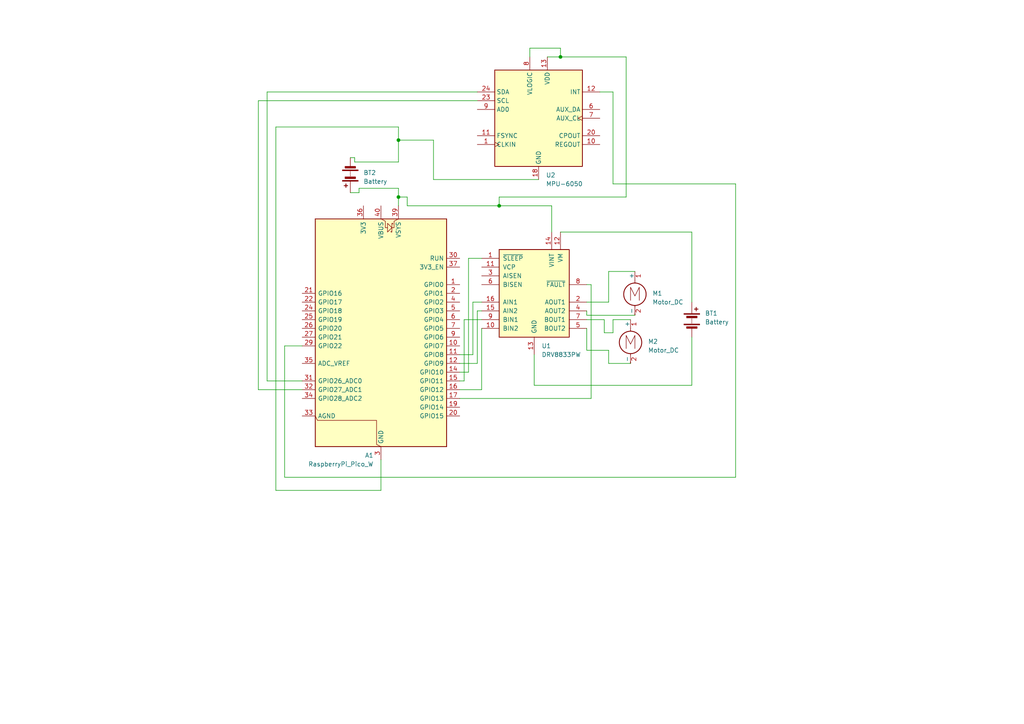
<source format=kicad_sch>
(kicad_sch
	(version 20250114)
	(generator "eeschema")
	(generator_version "9.0")
	(uuid "fcfcd0d1-30af-4111-b4af-c00f14a1cc88")
	(paper "A4")
	(lib_symbols
		(symbol "Device:Battery"
			(pin_numbers
				(hide yes)
			)
			(pin_names
				(offset 0)
				(hide yes)
			)
			(exclude_from_sim no)
			(in_bom yes)
			(on_board yes)
			(property "Reference" "BT"
				(at 2.54 2.54 0)
				(effects
					(font
						(size 1.27 1.27)
					)
					(justify left)
				)
			)
			(property "Value" "Battery"
				(at 2.54 0 0)
				(effects
					(font
						(size 1.27 1.27)
					)
					(justify left)
				)
			)
			(property "Footprint" ""
				(at 0 1.524 90)
				(effects
					(font
						(size 1.27 1.27)
					)
					(hide yes)
				)
			)
			(property "Datasheet" "~"
				(at 0 1.524 90)
				(effects
					(font
						(size 1.27 1.27)
					)
					(hide yes)
				)
			)
			(property "Description" "Multiple-cell battery"
				(at 0 0 0)
				(effects
					(font
						(size 1.27 1.27)
					)
					(hide yes)
				)
			)
			(property "ki_keywords" "batt voltage-source cell"
				(at 0 0 0)
				(effects
					(font
						(size 1.27 1.27)
					)
					(hide yes)
				)
			)
			(symbol "Battery_0_1"
				(rectangle
					(start -2.286 1.778)
					(end 2.286 1.524)
					(stroke
						(width 0)
						(type default)
					)
					(fill
						(type outline)
					)
				)
				(rectangle
					(start -2.286 -1.27)
					(end 2.286 -1.524)
					(stroke
						(width 0)
						(type default)
					)
					(fill
						(type outline)
					)
				)
				(rectangle
					(start -1.524 1.016)
					(end 1.524 0.508)
					(stroke
						(width 0)
						(type default)
					)
					(fill
						(type outline)
					)
				)
				(rectangle
					(start -1.524 -2.032)
					(end 1.524 -2.54)
					(stroke
						(width 0)
						(type default)
					)
					(fill
						(type outline)
					)
				)
				(polyline
					(pts
						(xy 0 1.778) (xy 0 2.54)
					)
					(stroke
						(width 0)
						(type default)
					)
					(fill
						(type none)
					)
				)
				(polyline
					(pts
						(xy 0 0) (xy 0 0.254)
					)
					(stroke
						(width 0)
						(type default)
					)
					(fill
						(type none)
					)
				)
				(polyline
					(pts
						(xy 0 -0.508) (xy 0 -0.254)
					)
					(stroke
						(width 0)
						(type default)
					)
					(fill
						(type none)
					)
				)
				(polyline
					(pts
						(xy 0 -1.016) (xy 0 -0.762)
					)
					(stroke
						(width 0)
						(type default)
					)
					(fill
						(type none)
					)
				)
				(polyline
					(pts
						(xy 0.762 3.048) (xy 1.778 3.048)
					)
					(stroke
						(width 0.254)
						(type default)
					)
					(fill
						(type none)
					)
				)
				(polyline
					(pts
						(xy 1.27 3.556) (xy 1.27 2.54)
					)
					(stroke
						(width 0.254)
						(type default)
					)
					(fill
						(type none)
					)
				)
			)
			(symbol "Battery_1_1"
				(pin passive line
					(at 0 5.08 270)
					(length 2.54)
					(name "+"
						(effects
							(font
								(size 1.27 1.27)
							)
						)
					)
					(number "1"
						(effects
							(font
								(size 1.27 1.27)
							)
						)
					)
				)
				(pin passive line
					(at 0 -5.08 90)
					(length 2.54)
					(name "-"
						(effects
							(font
								(size 1.27 1.27)
							)
						)
					)
					(number "2"
						(effects
							(font
								(size 1.27 1.27)
							)
						)
					)
				)
			)
			(embedded_fonts no)
		)
		(symbol "Driver_Motor:DRV8833PW"
			(pin_names
				(offset 1.016)
			)
			(exclude_from_sim no)
			(in_bom yes)
			(on_board yes)
			(property "Reference" "U"
				(at -3.81 16.51 0)
				(effects
					(font
						(size 1.27 1.27)
					)
				)
			)
			(property "Value" "DRV8833PW"
				(at -3.81 13.97 0)
				(effects
					(font
						(size 1.27 1.27)
					)
				)
			)
			(property "Footprint" "Package_SO:TSSOP-16_4.4x5mm_P0.65mm"
				(at 5.08 -17.78 0)
				(effects
					(font
						(size 1.27 1.27)
					)
					(justify left)
					(hide yes)
				)
			)
			(property "Datasheet" "http://www.ti.com/lit/ds/symlink/drv8833.pdf"
				(at 5.08 -20.32 0)
				(effects
					(font
						(size 1.27 1.27)
					)
					(justify left)
					(hide yes)
				)
			)
			(property "Description" "Dual H-Bridge Motor Driver, TSSOP-16"
				(at 0 0 0)
				(effects
					(font
						(size 1.27 1.27)
					)
					(hide yes)
				)
			)
			(property "ki_keywords" "H-bridge motor driver"
				(at 0 0 0)
				(effects
					(font
						(size 1.27 1.27)
					)
					(hide yes)
				)
			)
			(property "ki_fp_filters" "TSSOP-16*4.4x5mm*P0.65mm*"
				(at 0 0 0)
				(effects
					(font
						(size 1.27 1.27)
					)
					(hide yes)
				)
			)
			(symbol "DRV8833PW_0_1"
				(rectangle
					(start -10.16 12.7)
					(end 10.16 -12.7)
					(stroke
						(width 0.254)
						(type default)
					)
					(fill
						(type background)
					)
				)
			)
			(symbol "DRV8833PW_1_1"
				(pin input line
					(at -15.24 10.16 0)
					(length 5.08)
					(name "~{SLEEP}"
						(effects
							(font
								(size 1.27 1.27)
							)
						)
					)
					(number "1"
						(effects
							(font
								(size 1.27 1.27)
							)
						)
					)
				)
				(pin bidirectional line
					(at -15.24 7.62 0)
					(length 5.08)
					(name "VCP"
						(effects
							(font
								(size 1.27 1.27)
							)
						)
					)
					(number "11"
						(effects
							(font
								(size 1.27 1.27)
							)
						)
					)
				)
				(pin bidirectional line
					(at -15.24 5.08 0)
					(length 5.08)
					(name "AISEN"
						(effects
							(font
								(size 1.27 1.27)
							)
						)
					)
					(number "3"
						(effects
							(font
								(size 1.27 1.27)
							)
						)
					)
				)
				(pin bidirectional line
					(at -15.24 2.54 0)
					(length 5.08)
					(name "BISEN"
						(effects
							(font
								(size 1.27 1.27)
							)
						)
					)
					(number "6"
						(effects
							(font
								(size 1.27 1.27)
							)
						)
					)
				)
				(pin input line
					(at -15.24 -2.54 0)
					(length 5.08)
					(name "AIN1"
						(effects
							(font
								(size 1.27 1.27)
							)
						)
					)
					(number "16"
						(effects
							(font
								(size 1.27 1.27)
							)
						)
					)
				)
				(pin input line
					(at -15.24 -5.08 0)
					(length 5.08)
					(name "AIN2"
						(effects
							(font
								(size 1.27 1.27)
							)
						)
					)
					(number "15"
						(effects
							(font
								(size 1.27 1.27)
							)
						)
					)
				)
				(pin input line
					(at -15.24 -7.62 0)
					(length 5.08)
					(name "BIN1"
						(effects
							(font
								(size 1.27 1.27)
							)
						)
					)
					(number "9"
						(effects
							(font
								(size 1.27 1.27)
							)
						)
					)
				)
				(pin input line
					(at -15.24 -10.16 0)
					(length 5.08)
					(name "BIN2"
						(effects
							(font
								(size 1.27 1.27)
							)
						)
					)
					(number "10"
						(effects
							(font
								(size 1.27 1.27)
							)
						)
					)
				)
				(pin power_in line
					(at 0 -17.78 90)
					(length 5.08)
					(name "GND"
						(effects
							(font
								(size 1.27 1.27)
							)
						)
					)
					(number "13"
						(effects
							(font
								(size 1.27 1.27)
							)
						)
					)
				)
				(pin power_in line
					(at 5.08 17.78 270)
					(length 5.08)
					(name "VINT"
						(effects
							(font
								(size 1.27 1.27)
							)
						)
					)
					(number "14"
						(effects
							(font
								(size 1.27 1.27)
							)
						)
					)
				)
				(pin power_in line
					(at 7.62 17.78 270)
					(length 5.08)
					(name "VM"
						(effects
							(font
								(size 1.27 1.27)
							)
						)
					)
					(number "12"
						(effects
							(font
								(size 1.27 1.27)
							)
						)
					)
				)
				(pin open_collector line
					(at 15.24 2.54 180)
					(length 5.08)
					(name "~{FAULT}"
						(effects
							(font
								(size 1.27 1.27)
							)
						)
					)
					(number "8"
						(effects
							(font
								(size 1.27 1.27)
							)
						)
					)
				)
				(pin power_out line
					(at 15.24 -2.54 180)
					(length 5.08)
					(name "AOUT1"
						(effects
							(font
								(size 1.27 1.27)
							)
						)
					)
					(number "2"
						(effects
							(font
								(size 1.27 1.27)
							)
						)
					)
				)
				(pin power_out line
					(at 15.24 -5.08 180)
					(length 5.08)
					(name "AOUT2"
						(effects
							(font
								(size 1.27 1.27)
							)
						)
					)
					(number "4"
						(effects
							(font
								(size 1.27 1.27)
							)
						)
					)
				)
				(pin power_out line
					(at 15.24 -7.62 180)
					(length 5.08)
					(name "BOUT1"
						(effects
							(font
								(size 1.27 1.27)
							)
						)
					)
					(number "7"
						(effects
							(font
								(size 1.27 1.27)
							)
						)
					)
				)
				(pin power_out line
					(at 15.24 -10.16 180)
					(length 5.08)
					(name "BOUT2"
						(effects
							(font
								(size 1.27 1.27)
							)
						)
					)
					(number "5"
						(effects
							(font
								(size 1.27 1.27)
							)
						)
					)
				)
			)
			(embedded_fonts no)
		)
		(symbol "MCU_Module:RaspberryPi_Pico_W"
			(pin_names
				(offset 0.762)
			)
			(exclude_from_sim no)
			(in_bom yes)
			(on_board yes)
			(property "Reference" "A"
				(at -19.05 35.56 0)
				(effects
					(font
						(size 1.27 1.27)
					)
					(justify left)
				)
			)
			(property "Value" "RaspberryPi_Pico_W"
				(at 7.62 35.56 0)
				(effects
					(font
						(size 1.27 1.27)
					)
					(justify left)
				)
			)
			(property "Footprint" "Module:RaspberryPi_Pico_W_SMD_HandSolder"
				(at 0 -46.99 0)
				(effects
					(font
						(size 1.27 1.27)
					)
					(hide yes)
				)
			)
			(property "Datasheet" "https://datasheets.raspberrypi.com/picow/pico-w-datasheet.pdf"
				(at 0 -49.53 0)
				(effects
					(font
						(size 1.27 1.27)
					)
					(hide yes)
				)
			)
			(property "Description" "Versatile and inexpensive wireless microcontroller module powered by RP2040 dual-core Arm Cortex-M0+ processor up to 133 MHz, 264kB SRAM, 2MB QSPI flash, Infineon CYW43439 2.4GHz 802.11n wireless LAN; also supports Raspberry Pi Pico 2 W"
				(at 0 -52.07 0)
				(effects
					(font
						(size 1.27 1.27)
					)
					(hide yes)
				)
			)
			(property "ki_keywords" "RP2350A M33 RISC-V Hazard3 usb wifi bluetooth"
				(at 0 0 0)
				(effects
					(font
						(size 1.27 1.27)
					)
					(hide yes)
				)
			)
			(property "ki_fp_filters" "RaspberryPi?Pico?Common* RaspberryPi?Pico?W?SMD*"
				(at 0 0 0)
				(effects
					(font
						(size 1.27 1.27)
					)
					(hide yes)
				)
			)
			(symbol "RaspberryPi_Pico_W_0_1"
				(rectangle
					(start -19.05 34.29)
					(end 19.05 -31.75)
					(stroke
						(width 0.254)
						(type default)
					)
					(fill
						(type background)
					)
				)
				(polyline
					(pts
						(xy -5.08 34.29) (xy -3.81 33.655) (xy -3.81 31.75) (xy -3.175 31.75)
					)
					(stroke
						(width 0)
						(type default)
					)
					(fill
						(type none)
					)
				)
				(polyline
					(pts
						(xy -3.429 32.766) (xy -3.429 33.02) (xy -3.175 33.02) (xy -3.175 30.48) (xy -2.921 30.48) (xy -2.921 30.734)
					)
					(stroke
						(width 0)
						(type default)
					)
					(fill
						(type none)
					)
				)
				(polyline
					(pts
						(xy -3.175 31.75) (xy -1.905 33.02) (xy -1.905 30.48) (xy -3.175 31.75)
					)
					(stroke
						(width 0)
						(type default)
					)
					(fill
						(type none)
					)
				)
				(polyline
					(pts
						(xy 0 34.29) (xy -1.27 33.655) (xy -1.27 31.75) (xy -1.905 31.75)
					)
					(stroke
						(width 0)
						(type default)
					)
					(fill
						(type none)
					)
				)
				(polyline
					(pts
						(xy 0 -31.75) (xy 1.27 -31.115) (xy 1.27 -24.13) (xy 18.415 -24.13) (xy 19.05 -22.86)
					)
					(stroke
						(width 0)
						(type default)
					)
					(fill
						(type none)
					)
				)
			)
			(symbol "RaspberryPi_Pico_W_1_1"
				(pin passive line
					(at -22.86 22.86 0)
					(length 3.81)
					(name "RUN"
						(effects
							(font
								(size 1.27 1.27)
							)
						)
					)
					(number "30"
						(effects
							(font
								(size 1.27 1.27)
							)
						)
					)
					(alternate "~{RESET}" passive line)
				)
				(pin passive line
					(at -22.86 20.32 0)
					(length 3.81)
					(name "3V3_EN"
						(effects
							(font
								(size 1.27 1.27)
							)
						)
					)
					(number "37"
						(effects
							(font
								(size 1.27 1.27)
							)
						)
					)
					(alternate "~{3V3_DISABLE}" passive line)
				)
				(pin bidirectional line
					(at -22.86 15.24 0)
					(length 3.81)
					(name "GPIO0"
						(effects
							(font
								(size 1.27 1.27)
							)
						)
					)
					(number "1"
						(effects
							(font
								(size 1.27 1.27)
							)
						)
					)
					(alternate "I2C0_SDA" bidirectional line)
					(alternate "PWM0_A" output line)
					(alternate "SPI0_RX" input line)
					(alternate "UART0_TX" output line)
					(alternate "USB_OVCUR_DET" input line)
				)
				(pin bidirectional line
					(at -22.86 12.7 0)
					(length 3.81)
					(name "GPIO1"
						(effects
							(font
								(size 1.27 1.27)
							)
						)
					)
					(number "2"
						(effects
							(font
								(size 1.27 1.27)
							)
						)
					)
					(alternate "I2C0_SCL" bidirectional clock)
					(alternate "PWM0_B" bidirectional line)
					(alternate "UART0_RX" input line)
					(alternate "USB_VBUS_DET" passive line)
					(alternate "~{SPI0_CSn}" bidirectional line)
				)
				(pin bidirectional line
					(at -22.86 10.16 0)
					(length 3.81)
					(name "GPIO2"
						(effects
							(font
								(size 1.27 1.27)
							)
						)
					)
					(number "4"
						(effects
							(font
								(size 1.27 1.27)
							)
						)
					)
					(alternate "I2C1_SDA" bidirectional line)
					(alternate "PWM1_A" output line)
					(alternate "SPI0_SCK" bidirectional clock)
					(alternate "UART0_CTS" input line)
					(alternate "USB_VBUS_EN" output line)
				)
				(pin bidirectional line
					(at -22.86 7.62 0)
					(length 3.81)
					(name "GPIO3"
						(effects
							(font
								(size 1.27 1.27)
							)
						)
					)
					(number "5"
						(effects
							(font
								(size 1.27 1.27)
							)
						)
					)
					(alternate "I2C1_SCL" bidirectional clock)
					(alternate "PWM1_B" bidirectional line)
					(alternate "SPI0_TX" output line)
					(alternate "UART0_RTS" output line)
					(alternate "USB_OVCUR_DET" input line)
				)
				(pin bidirectional line
					(at -22.86 5.08 0)
					(length 3.81)
					(name "GPIO4"
						(effects
							(font
								(size 1.27 1.27)
							)
						)
					)
					(number "6"
						(effects
							(font
								(size 1.27 1.27)
							)
						)
					)
					(alternate "I2C0_SDA" bidirectional line)
					(alternate "PWM2_A" output line)
					(alternate "SPI0_RX" input line)
					(alternate "UART1_TX" output line)
					(alternate "USB_VBUS_DET" input line)
				)
				(pin bidirectional line
					(at -22.86 2.54 0)
					(length 3.81)
					(name "GPIO5"
						(effects
							(font
								(size 1.27 1.27)
							)
						)
					)
					(number "7"
						(effects
							(font
								(size 1.27 1.27)
							)
						)
					)
					(alternate "I2C0_SCL" bidirectional clock)
					(alternate "PWM2_B" bidirectional line)
					(alternate "UART1_RX" input line)
					(alternate "USB_VBUS_EN" output line)
					(alternate "~{SPI0_CSn}" bidirectional line)
				)
				(pin bidirectional line
					(at -22.86 0 0)
					(length 3.81)
					(name "GPIO6"
						(effects
							(font
								(size 1.27 1.27)
							)
						)
					)
					(number "9"
						(effects
							(font
								(size 1.27 1.27)
							)
						)
					)
					(alternate "I2C1_SDA" bidirectional line)
					(alternate "PWM3_A" output line)
					(alternate "SPI0_SCK" bidirectional clock)
					(alternate "UART1_CTS" input line)
					(alternate "USB_OVCUR_DET" input line)
				)
				(pin bidirectional line
					(at -22.86 -2.54 0)
					(length 3.81)
					(name "GPIO7"
						(effects
							(font
								(size 1.27 1.27)
							)
						)
					)
					(number "10"
						(effects
							(font
								(size 1.27 1.27)
							)
						)
					)
					(alternate "I2C1_SCL" bidirectional clock)
					(alternate "PWM3_B" bidirectional line)
					(alternate "SPI0_TX" output line)
					(alternate "UART1_RTS" output line)
					(alternate "USB_VBUS_DET" input line)
				)
				(pin bidirectional line
					(at -22.86 -5.08 0)
					(length 3.81)
					(name "GPIO8"
						(effects
							(font
								(size 1.27 1.27)
							)
						)
					)
					(number "11"
						(effects
							(font
								(size 1.27 1.27)
							)
						)
					)
					(alternate "I2C0_SDA" bidirectional line)
					(alternate "PWM4_A" output line)
					(alternate "SPI1_RX" input line)
					(alternate "UART1_TX" output line)
					(alternate "USB_VBUS_EN" output line)
				)
				(pin bidirectional line
					(at -22.86 -7.62 0)
					(length 3.81)
					(name "GPIO9"
						(effects
							(font
								(size 1.27 1.27)
							)
						)
					)
					(number "12"
						(effects
							(font
								(size 1.27 1.27)
							)
						)
					)
					(alternate "I2C0_SCL" bidirectional clock)
					(alternate "PWM4_B" bidirectional line)
					(alternate "UART1_RX" input line)
					(alternate "USB_OVCUR_DET" input line)
					(alternate "~{SPI1_CSn}" bidirectional line)
				)
				(pin bidirectional line
					(at -22.86 -10.16 0)
					(length 3.81)
					(name "GPIO10"
						(effects
							(font
								(size 1.27 1.27)
							)
						)
					)
					(number "14"
						(effects
							(font
								(size 1.27 1.27)
							)
						)
					)
					(alternate "I2C1_SDA" bidirectional line)
					(alternate "PWM5_A" output line)
					(alternate "SPI1_SCK" bidirectional clock)
					(alternate "UART1_CTS" input line)
					(alternate "USB_VBUS_DET" input line)
				)
				(pin bidirectional line
					(at -22.86 -12.7 0)
					(length 3.81)
					(name "GPIO11"
						(effects
							(font
								(size 1.27 1.27)
							)
						)
					)
					(number "15"
						(effects
							(font
								(size 1.27 1.27)
							)
						)
					)
					(alternate "I2C1_SCL" bidirectional clock)
					(alternate "PWM5_B" bidirectional line)
					(alternate "SPI1_TX" output line)
					(alternate "UART1_RTS" output line)
					(alternate "USB_VBUS_EN" output line)
				)
				(pin bidirectional line
					(at -22.86 -15.24 0)
					(length 3.81)
					(name "GPIO12"
						(effects
							(font
								(size 1.27 1.27)
							)
						)
					)
					(number "16"
						(effects
							(font
								(size 1.27 1.27)
							)
						)
					)
					(alternate "I2C0_SDA" bidirectional line)
					(alternate "PWM6_A" output line)
					(alternate "SPI1_RX" input line)
					(alternate "UART0_TX" output line)
					(alternate "USB_OVCUR_DET" input line)
				)
				(pin bidirectional line
					(at -22.86 -17.78 0)
					(length 3.81)
					(name "GPIO13"
						(effects
							(font
								(size 1.27 1.27)
							)
						)
					)
					(number "17"
						(effects
							(font
								(size 1.27 1.27)
							)
						)
					)
					(alternate "I2C0_SCL" bidirectional clock)
					(alternate "PWM6_B" bidirectional line)
					(alternate "UART0_RX" input line)
					(alternate "USB_VBUS_DET" input line)
					(alternate "~{SPI1_CSn}" bidirectional line)
				)
				(pin bidirectional line
					(at -22.86 -20.32 0)
					(length 3.81)
					(name "GPIO14"
						(effects
							(font
								(size 1.27 1.27)
							)
						)
					)
					(number "19"
						(effects
							(font
								(size 1.27 1.27)
							)
						)
					)
					(alternate "I2C1_SDA" bidirectional line)
					(alternate "PWM7_A" output line)
					(alternate "SPI1_SCK" bidirectional clock)
					(alternate "UART0_CTS" input line)
					(alternate "USB_VBUS_EN" output line)
				)
				(pin bidirectional line
					(at -22.86 -22.86 0)
					(length 3.81)
					(name "GPIO15"
						(effects
							(font
								(size 1.27 1.27)
							)
						)
					)
					(number "20"
						(effects
							(font
								(size 1.27 1.27)
							)
						)
					)
					(alternate "I2C1_SCL" bidirectional clock)
					(alternate "PWM7_B" bidirectional line)
					(alternate "SPI1_TX" output line)
					(alternate "UART0_RTS" output line)
					(alternate "USB_OVCUR_DET" input line)
				)
				(pin power_in line
					(at -5.08 38.1 270)
					(length 3.81)
					(name "VSYS"
						(effects
							(font
								(size 1.27 1.27)
							)
						)
					)
					(number "39"
						(effects
							(font
								(size 1.27 1.27)
							)
						)
					)
					(alternate "VSYS_OUT" power_out line)
				)
				(pin power_out line
					(at 0 38.1 270)
					(length 3.81)
					(name "VBUS"
						(effects
							(font
								(size 1.27 1.27)
							)
						)
					)
					(number "40"
						(effects
							(font
								(size 1.27 1.27)
							)
						)
					)
					(alternate "VBUS_IN" power_in line)
				)
				(pin passive line
					(at 0 -35.56 90)
					(length 3.81)
					(hide yes)
					(name "GND"
						(effects
							(font
								(size 1.27 1.27)
							)
						)
					)
					(number "13"
						(effects
							(font
								(size 1.27 1.27)
							)
						)
					)
				)
				(pin passive line
					(at 0 -35.56 90)
					(length 3.81)
					(hide yes)
					(name "GND"
						(effects
							(font
								(size 1.27 1.27)
							)
						)
					)
					(number "18"
						(effects
							(font
								(size 1.27 1.27)
							)
						)
					)
				)
				(pin passive line
					(at 0 -35.56 90)
					(length 3.81)
					(hide yes)
					(name "GND"
						(effects
							(font
								(size 1.27 1.27)
							)
						)
					)
					(number "23"
						(effects
							(font
								(size 1.27 1.27)
							)
						)
					)
				)
				(pin passive line
					(at 0 -35.56 90)
					(length 3.81)
					(hide yes)
					(name "GND"
						(effects
							(font
								(size 1.27 1.27)
							)
						)
					)
					(number "28"
						(effects
							(font
								(size 1.27 1.27)
							)
						)
					)
				)
				(pin power_out line
					(at 0 -35.56 90)
					(length 3.81)
					(name "GND"
						(effects
							(font
								(size 1.27 1.27)
							)
						)
					)
					(number "3"
						(effects
							(font
								(size 1.27 1.27)
							)
						)
					)
					(alternate "GND_IN" power_in line)
				)
				(pin passive line
					(at 0 -35.56 90)
					(length 3.81)
					(hide yes)
					(name "GND"
						(effects
							(font
								(size 1.27 1.27)
							)
						)
					)
					(number "38"
						(effects
							(font
								(size 1.27 1.27)
							)
						)
					)
				)
				(pin passive line
					(at 0 -35.56 90)
					(length 3.81)
					(hide yes)
					(name "GND"
						(effects
							(font
								(size 1.27 1.27)
							)
						)
					)
					(number "8"
						(effects
							(font
								(size 1.27 1.27)
							)
						)
					)
				)
				(pin power_out line
					(at 5.08 38.1 270)
					(length 3.81)
					(name "3V3"
						(effects
							(font
								(size 1.27 1.27)
							)
						)
					)
					(number "36"
						(effects
							(font
								(size 1.27 1.27)
							)
						)
					)
				)
				(pin bidirectional line
					(at 22.86 12.7 180)
					(length 3.81)
					(name "GPIO16"
						(effects
							(font
								(size 1.27 1.27)
							)
						)
					)
					(number "21"
						(effects
							(font
								(size 1.27 1.27)
							)
						)
					)
					(alternate "I2C0_SDA" bidirectional line)
					(alternate "PWM0_A" output line)
					(alternate "SPI0_RX" input line)
					(alternate "UART0_TX" output line)
					(alternate "USB_VBUS_DET" input line)
				)
				(pin bidirectional line
					(at 22.86 10.16 180)
					(length 3.81)
					(name "GPIO17"
						(effects
							(font
								(size 1.27 1.27)
							)
						)
					)
					(number "22"
						(effects
							(font
								(size 1.27 1.27)
							)
						)
					)
					(alternate "I2C0_SCL" bidirectional clock)
					(alternate "PWM0_B" bidirectional line)
					(alternate "UART0_RX" input line)
					(alternate "USB_VBUS_EN" output line)
					(alternate "~{SPI0_CSn}" bidirectional line)
				)
				(pin bidirectional line
					(at 22.86 7.62 180)
					(length 3.81)
					(name "GPIO18"
						(effects
							(font
								(size 1.27 1.27)
							)
						)
					)
					(number "24"
						(effects
							(font
								(size 1.27 1.27)
							)
						)
					)
					(alternate "I2C1_SDA" bidirectional line)
					(alternate "PWM1_A" output line)
					(alternate "SPI0_SCK" bidirectional clock)
					(alternate "UART0_CTS" input line)
					(alternate "USB_OVCUR_DET" input line)
				)
				(pin bidirectional line
					(at 22.86 5.08 180)
					(length 3.81)
					(name "GPIO19"
						(effects
							(font
								(size 1.27 1.27)
							)
						)
					)
					(number "25"
						(effects
							(font
								(size 1.27 1.27)
							)
						)
					)
					(alternate "I2C1_SCL" bidirectional clock)
					(alternate "PWM1_B" bidirectional line)
					(alternate "SPI0_TX" output line)
					(alternate "UART0_RTS" output line)
					(alternate "USB_VBUS_DET" input line)
				)
				(pin bidirectional line
					(at 22.86 2.54 180)
					(length 3.81)
					(name "GPIO20"
						(effects
							(font
								(size 1.27 1.27)
							)
						)
					)
					(number "26"
						(effects
							(font
								(size 1.27 1.27)
							)
						)
					)
					(alternate "CLOCK_GPIN0" input clock)
					(alternate "I2C0_SDA" bidirectional line)
					(alternate "PWM2_A" output line)
					(alternate "SPI0_RX" input line)
					(alternate "UART1_TX" output line)
					(alternate "USB_VBUS_EN" output line)
				)
				(pin bidirectional line
					(at 22.86 0 180)
					(length 3.81)
					(name "GPIO21"
						(effects
							(font
								(size 1.27 1.27)
							)
						)
					)
					(number "27"
						(effects
							(font
								(size 1.27 1.27)
							)
						)
					)
					(alternate "CLOCK_GPOUT0" output clock)
					(alternate "I2C0_SCL" bidirectional clock)
					(alternate "PWM2_B" bidirectional line)
					(alternate "UART1_RX" input line)
					(alternate "USB_OVCUR_DET" input line)
					(alternate "~{SPI0_CSn}" bidirectional line)
				)
				(pin bidirectional line
					(at 22.86 -2.54 180)
					(length 3.81)
					(name "GPIO22"
						(effects
							(font
								(size 1.27 1.27)
							)
						)
					)
					(number "29"
						(effects
							(font
								(size 1.27 1.27)
							)
						)
					)
					(alternate "CLOCK_GPIN1" input clock)
					(alternate "I2C1_SDA" bidirectional line)
					(alternate "PWM3_A" output line)
					(alternate "SPI0_SCK" bidirectional clock)
					(alternate "UART1_CTS" input line)
					(alternate "USB_VBUS_DET" input line)
				)
				(pin power_in line
					(at 22.86 -7.62 180)
					(length 3.81)
					(name "ADC_VREF"
						(effects
							(font
								(size 1.27 1.27)
							)
						)
					)
					(number "35"
						(effects
							(font
								(size 1.27 1.27)
							)
						)
					)
				)
				(pin bidirectional line
					(at 22.86 -12.7 180)
					(length 3.81)
					(name "GPIO26_ADC0"
						(effects
							(font
								(size 1.27 1.27)
							)
						)
					)
					(number "31"
						(effects
							(font
								(size 1.27 1.27)
							)
						)
					)
					(alternate "ADC0" input line)
					(alternate "GPIO26" bidirectional line)
					(alternate "I2C1_SDA" bidirectional line)
					(alternate "PWM5_A" output line)
					(alternate "SPI1_SCK" bidirectional clock)
					(alternate "UART1_CTS" input line)
					(alternate "USB_VBUS_EN" output line)
				)
				(pin bidirectional line
					(at 22.86 -15.24 180)
					(length 3.81)
					(name "GPIO27_ADC1"
						(effects
							(font
								(size 1.27 1.27)
							)
						)
					)
					(number "32"
						(effects
							(font
								(size 1.27 1.27)
							)
						)
					)
					(alternate "ADC1" input line)
					(alternate "GPIO27" bidirectional line)
					(alternate "I2C1_SCL" bidirectional clock)
					(alternate "PWM5_B" bidirectional line)
					(alternate "SPI1_TX" output line)
					(alternate "UART1_RTS" output line)
					(alternate "USB_OVCUR_DET" input line)
				)
				(pin bidirectional line
					(at 22.86 -17.78 180)
					(length 3.81)
					(name "GPIO28_ADC2"
						(effects
							(font
								(size 1.27 1.27)
							)
						)
					)
					(number "34"
						(effects
							(font
								(size 1.27 1.27)
							)
						)
					)
					(alternate "ADC2" input line)
					(alternate "GPIO28" bidirectional line)
					(alternate "I2C0_SDA" bidirectional line)
					(alternate "PWM6_A" output line)
					(alternate "SPI1_RX" input line)
					(alternate "UART0_TX" output line)
					(alternate "USB_VBUS_DET" input line)
				)
				(pin power_out line
					(at 22.86 -22.86 180)
					(length 3.81)
					(name "AGND"
						(effects
							(font
								(size 1.27 1.27)
							)
						)
					)
					(number "33"
						(effects
							(font
								(size 1.27 1.27)
							)
						)
					)
					(alternate "GND" passive line)
				)
			)
			(embedded_fonts no)
		)
		(symbol "Motor:Motor_DC"
			(pin_names
				(offset 0)
			)
			(exclude_from_sim no)
			(in_bom yes)
			(on_board yes)
			(property "Reference" "M"
				(at 2.54 2.54 0)
				(effects
					(font
						(size 1.27 1.27)
					)
					(justify left)
				)
			)
			(property "Value" "Motor_DC"
				(at 2.54 -5.08 0)
				(effects
					(font
						(size 1.27 1.27)
					)
					(justify left top)
				)
			)
			(property "Footprint" ""
				(at 0 -2.286 0)
				(effects
					(font
						(size 1.27 1.27)
					)
					(hide yes)
				)
			)
			(property "Datasheet" "~"
				(at 0 -2.286 0)
				(effects
					(font
						(size 1.27 1.27)
					)
					(hide yes)
				)
			)
			(property "Description" "DC Motor"
				(at 0 0 0)
				(effects
					(font
						(size 1.27 1.27)
					)
					(hide yes)
				)
			)
			(property "ki_keywords" "DC Motor"
				(at 0 0 0)
				(effects
					(font
						(size 1.27 1.27)
					)
					(hide yes)
				)
			)
			(property "ki_fp_filters" "PinHeader*P2.54mm* TerminalBlock*"
				(at 0 0 0)
				(effects
					(font
						(size 1.27 1.27)
					)
					(hide yes)
				)
			)
			(symbol "Motor_DC_0_0"
				(polyline
					(pts
						(xy -1.27 -3.302) (xy -1.27 0.508) (xy 0 -2.032) (xy 1.27 0.508) (xy 1.27 -3.302)
					)
					(stroke
						(width 0)
						(type default)
					)
					(fill
						(type none)
					)
				)
			)
			(symbol "Motor_DC_0_1"
				(polyline
					(pts
						(xy 0 2.032) (xy 0 2.54)
					)
					(stroke
						(width 0)
						(type default)
					)
					(fill
						(type none)
					)
				)
				(polyline
					(pts
						(xy 0 1.7272) (xy 0 2.0828)
					)
					(stroke
						(width 0)
						(type default)
					)
					(fill
						(type none)
					)
				)
				(circle
					(center 0 -1.524)
					(radius 3.2512)
					(stroke
						(width 0.254)
						(type default)
					)
					(fill
						(type none)
					)
				)
				(polyline
					(pts
						(xy 0 -4.7752) (xy 0 -5.1816)
					)
					(stroke
						(width 0)
						(type default)
					)
					(fill
						(type none)
					)
				)
				(polyline
					(pts
						(xy 0 -7.62) (xy 0 -7.112)
					)
					(stroke
						(width 0)
						(type default)
					)
					(fill
						(type none)
					)
				)
			)
			(symbol "Motor_DC_1_1"
				(pin passive line
					(at 0 5.08 270)
					(length 2.54)
					(name "+"
						(effects
							(font
								(size 1.27 1.27)
							)
						)
					)
					(number "1"
						(effects
							(font
								(size 1.27 1.27)
							)
						)
					)
				)
				(pin passive line
					(at 0 -7.62 90)
					(length 2.54)
					(name "-"
						(effects
							(font
								(size 1.27 1.27)
							)
						)
					)
					(number "2"
						(effects
							(font
								(size 1.27 1.27)
							)
						)
					)
				)
			)
			(embedded_fonts no)
		)
		(symbol "Sensor_Motion:MPU-6050"
			(exclude_from_sim no)
			(in_bom yes)
			(on_board yes)
			(property "Reference" "U"
				(at -11.43 13.97 0)
				(effects
					(font
						(size 1.27 1.27)
					)
				)
			)
			(property "Value" "MPU-6050"
				(at 7.62 -15.24 0)
				(effects
					(font
						(size 1.27 1.27)
					)
				)
			)
			(property "Footprint" "Sensor_Motion:InvenSense_QFN-24_4x4mm_P0.5mm"
				(at 0 -20.32 0)
				(effects
					(font
						(size 1.27 1.27)
					)
					(hide yes)
				)
			)
			(property "Datasheet" "https://invensense.tdk.com/wp-content/uploads/2015/02/MPU-6000-Datasheet1.pdf"
				(at 0 -3.81 0)
				(effects
					(font
						(size 1.27 1.27)
					)
					(hide yes)
				)
			)
			(property "Description" "InvenSense 6-Axis Motion Sensor, Gyroscope, Accelerometer, I2C"
				(at 0 0 0)
				(effects
					(font
						(size 1.27 1.27)
					)
					(hide yes)
				)
			)
			(property "ki_keywords" "mems"
				(at 0 0 0)
				(effects
					(font
						(size 1.27 1.27)
					)
					(hide yes)
				)
			)
			(property "ki_fp_filters" "*QFN*4x4mm*P0.5mm*"
				(at 0 0 0)
				(effects
					(font
						(size 1.27 1.27)
					)
					(hide yes)
				)
			)
			(symbol "MPU-6050_0_0"
				(text ""
					(at 12.7 -2.54 0)
					(effects
						(font
							(size 1.27 1.27)
						)
					)
				)
			)
			(symbol "MPU-6050_0_1"
				(rectangle
					(start -12.7 13.97)
					(end 12.7 -13.97)
					(stroke
						(width 0.254)
						(type default)
					)
					(fill
						(type background)
					)
				)
			)
			(symbol "MPU-6050_1_1"
				(pin bidirectional line
					(at -17.78 7.62 0)
					(length 5.08)
					(name "SDA"
						(effects
							(font
								(size 1.27 1.27)
							)
						)
					)
					(number "24"
						(effects
							(font
								(size 1.27 1.27)
							)
						)
					)
				)
				(pin input line
					(at -17.78 5.08 0)
					(length 5.08)
					(name "SCL"
						(effects
							(font
								(size 1.27 1.27)
							)
						)
					)
					(number "23"
						(effects
							(font
								(size 1.27 1.27)
							)
						)
					)
				)
				(pin input line
					(at -17.78 2.54 0)
					(length 5.08)
					(name "AD0"
						(effects
							(font
								(size 1.27 1.27)
							)
						)
					)
					(number "9"
						(effects
							(font
								(size 1.27 1.27)
							)
						)
					)
				)
				(pin input line
					(at -17.78 -5.08 0)
					(length 5.08)
					(name "FSYNC"
						(effects
							(font
								(size 1.27 1.27)
							)
						)
					)
					(number "11"
						(effects
							(font
								(size 1.27 1.27)
							)
						)
					)
				)
				(pin input clock
					(at -17.78 -7.62 0)
					(length 5.08)
					(name "CLKIN"
						(effects
							(font
								(size 1.27 1.27)
							)
						)
					)
					(number "1"
						(effects
							(font
								(size 1.27 1.27)
							)
						)
					)
				)
				(pin no_connect line
					(at -12.7 12.7 0)
					(length 2.54)
					(hide yes)
					(name "NC"
						(effects
							(font
								(size 1.27 1.27)
							)
						)
					)
					(number "2"
						(effects
							(font
								(size 1.27 1.27)
							)
						)
					)
				)
				(pin no_connect line
					(at -12.7 10.16 0)
					(length 2.54)
					(hide yes)
					(name "NC"
						(effects
							(font
								(size 1.27 1.27)
							)
						)
					)
					(number "3"
						(effects
							(font
								(size 1.27 1.27)
							)
						)
					)
				)
				(pin no_connect line
					(at -12.7 0 0)
					(length 2.54)
					(hide yes)
					(name "NC"
						(effects
							(font
								(size 1.27 1.27)
							)
						)
					)
					(number "4"
						(effects
							(font
								(size 1.27 1.27)
							)
						)
					)
				)
				(pin no_connect line
					(at -12.7 -2.54 0)
					(length 2.54)
					(hide yes)
					(name "NC"
						(effects
							(font
								(size 1.27 1.27)
							)
						)
					)
					(number "5"
						(effects
							(font
								(size 1.27 1.27)
							)
						)
					)
				)
				(pin no_connect line
					(at -12.7 -10.16 0)
					(length 2.54)
					(hide yes)
					(name "NC"
						(effects
							(font
								(size 1.27 1.27)
							)
						)
					)
					(number "14"
						(effects
							(font
								(size 1.27 1.27)
							)
						)
					)
				)
				(pin power_in line
					(at -2.54 17.78 270)
					(length 3.81)
					(name "VLOGIC"
						(effects
							(font
								(size 1.27 1.27)
							)
						)
					)
					(number "8"
						(effects
							(font
								(size 1.27 1.27)
							)
						)
					)
				)
				(pin power_in line
					(at 0 -17.78 90)
					(length 3.81)
					(name "GND"
						(effects
							(font
								(size 1.27 1.27)
							)
						)
					)
					(number "18"
						(effects
							(font
								(size 1.27 1.27)
							)
						)
					)
				)
				(pin power_in line
					(at 2.54 17.78 270)
					(length 3.81)
					(name "VDD"
						(effects
							(font
								(size 1.27 1.27)
							)
						)
					)
					(number "13"
						(effects
							(font
								(size 1.27 1.27)
							)
						)
					)
				)
				(pin no_connect line
					(at 12.7 12.7 180)
					(length 2.54)
					(hide yes)
					(name "NC"
						(effects
							(font
								(size 1.27 1.27)
							)
						)
					)
					(number "15"
						(effects
							(font
								(size 1.27 1.27)
							)
						)
					)
				)
				(pin no_connect line
					(at 12.7 10.16 180)
					(length 2.54)
					(hide yes)
					(name "NC"
						(effects
							(font
								(size 1.27 1.27)
							)
						)
					)
					(number "16"
						(effects
							(font
								(size 1.27 1.27)
							)
						)
					)
				)
				(pin no_connect line
					(at 12.7 5.08 180)
					(length 2.54)
					(hide yes)
					(name "NC"
						(effects
							(font
								(size 1.27 1.27)
							)
						)
					)
					(number "17"
						(effects
							(font
								(size 1.27 1.27)
							)
						)
					)
				)
				(pin no_connect line
					(at 12.7 -2.54 180)
					(length 2.54)
					(hide yes)
					(name "RESV"
						(effects
							(font
								(size 1.27 1.27)
							)
						)
					)
					(number "21"
						(effects
							(font
								(size 1.27 1.27)
							)
						)
					)
				)
				(pin no_connect line
					(at 12.7 -10.16 180)
					(length 2.54)
					(hide yes)
					(name "RESV"
						(effects
							(font
								(size 1.27 1.27)
							)
						)
					)
					(number "19"
						(effects
							(font
								(size 1.27 1.27)
							)
						)
					)
				)
				(pin no_connect line
					(at 12.7 -12.7 180)
					(length 2.54)
					(hide yes)
					(name "RESV"
						(effects
							(font
								(size 1.27 1.27)
							)
						)
					)
					(number "22"
						(effects
							(font
								(size 1.27 1.27)
							)
						)
					)
				)
				(pin output line
					(at 17.78 7.62 180)
					(length 5.08)
					(name "INT"
						(effects
							(font
								(size 1.27 1.27)
							)
						)
					)
					(number "12"
						(effects
							(font
								(size 1.27 1.27)
							)
						)
					)
				)
				(pin bidirectional line
					(at 17.78 2.54 180)
					(length 5.08)
					(name "AUX_DA"
						(effects
							(font
								(size 1.27 1.27)
							)
						)
					)
					(number "6"
						(effects
							(font
								(size 1.27 1.27)
							)
						)
					)
				)
				(pin output clock
					(at 17.78 0 180)
					(length 5.08)
					(name "AUX_CL"
						(effects
							(font
								(size 1.27 1.27)
							)
						)
					)
					(number "7"
						(effects
							(font
								(size 1.27 1.27)
							)
						)
					)
				)
				(pin passive line
					(at 17.78 -5.08 180)
					(length 5.08)
					(name "CPOUT"
						(effects
							(font
								(size 1.27 1.27)
							)
						)
					)
					(number "20"
						(effects
							(font
								(size 1.27 1.27)
							)
						)
					)
				)
				(pin passive line
					(at 17.78 -7.62 180)
					(length 5.08)
					(name "REGOUT"
						(effects
							(font
								(size 1.27 1.27)
							)
						)
					)
					(number "10"
						(effects
							(font
								(size 1.27 1.27)
							)
						)
					)
				)
			)
			(embedded_fonts no)
		)
	)
	(junction
		(at 115.57 40.64)
		(diameter 0)
		(color 0 0 0 0)
		(uuid "324dbed2-2b9a-43ed-92b0-b28b699b8bda")
	)
	(junction
		(at 144.78 59.69)
		(diameter 0)
		(color 0 0 0 0)
		(uuid "7393e6b7-f4e8-47a6-9443-e9b074de1bf0")
	)
	(junction
		(at 115.57 57.15)
		(diameter 0)
		(color 0 0 0 0)
		(uuid "83d3d6a2-e7d0-4b6d-b916-4a5425cff01f")
	)
	(junction
		(at 162.56 16.51)
		(diameter 0)
		(color 0 0 0 0)
		(uuid "d83d9733-3039-4a80-9566-0390c25a2371")
	)
	(wire
		(pts
			(xy 135.89 74.93) (xy 139.7 74.93)
		)
		(stroke
			(width 0)
			(type default)
		)
		(uuid "015d3740-1cf9-4100-a0e7-e12a0de5b8c9")
	)
	(wire
		(pts
			(xy 82.55 100.33) (xy 87.63 100.33)
		)
		(stroke
			(width 0)
			(type default)
		)
		(uuid "0557f497-5ce9-4a9f-b74d-21d60dab5096")
	)
	(wire
		(pts
			(xy 181.61 16.51) (xy 181.61 57.15)
		)
		(stroke
			(width 0)
			(type default)
		)
		(uuid "06552b15-666d-463a-be26-743f121e509d")
	)
	(wire
		(pts
			(xy 133.35 110.49) (xy 134.62 110.49)
		)
		(stroke
			(width 0)
			(type default)
		)
		(uuid "0691b372-77c1-4a98-bd23-2d42196de441")
	)
	(wire
		(pts
			(xy 170.18 101.6) (xy 176.53 101.6)
		)
		(stroke
			(width 0)
			(type default)
		)
		(uuid "06ae48f1-664a-4fa2-b91d-42aadfe83aa0")
	)
	(wire
		(pts
			(xy 162.56 13.97) (xy 162.56 16.51)
		)
		(stroke
			(width 0)
			(type default)
		)
		(uuid "0d56c89c-398e-4927-bd62-e25f5a0752a1")
	)
	(wire
		(pts
			(xy 200.66 111.76) (xy 200.66 97.79)
		)
		(stroke
			(width 0)
			(type default)
		)
		(uuid "0d618cfd-8359-453c-829a-165e7c5d5b62")
	)
	(wire
		(pts
			(xy 115.57 57.15) (xy 115.57 59.69)
		)
		(stroke
			(width 0)
			(type default)
		)
		(uuid "0f482d4a-4582-4bda-89f0-e5ac9b6c246c")
	)
	(wire
		(pts
			(xy 144.78 59.69) (xy 118.11 59.69)
		)
		(stroke
			(width 0)
			(type default)
		)
		(uuid "143bd040-b1ed-4032-8f16-9ce53c382176")
	)
	(wire
		(pts
			(xy 115.57 40.64) (xy 115.57 36.83)
		)
		(stroke
			(width 0)
			(type default)
		)
		(uuid "215f96d1-7087-4a29-98ef-86581b098846")
	)
	(wire
		(pts
			(xy 133.35 102.87) (xy 137.16 102.87)
		)
		(stroke
			(width 0)
			(type default)
		)
		(uuid "22116c24-9852-4d2a-8f09-7884b258d589")
	)
	(wire
		(pts
			(xy 102.87 46.99) (xy 102.87 45.72)
		)
		(stroke
			(width 0)
			(type default)
		)
		(uuid "258e8d34-a63d-411d-8b76-d26fe11beea1")
	)
	(wire
		(pts
			(xy 137.16 102.87) (xy 137.16 87.63)
		)
		(stroke
			(width 0)
			(type default)
		)
		(uuid "26009bc2-848f-4cba-b9f1-69c20a8c1e03")
	)
	(wire
		(pts
			(xy 137.16 87.63) (xy 139.7 87.63)
		)
		(stroke
			(width 0)
			(type default)
		)
		(uuid "2be57c76-7794-41cd-8082-7d4fb5b34222")
	)
	(wire
		(pts
			(xy 104.14 54.61) (xy 104.14 55.88)
		)
		(stroke
			(width 0)
			(type default)
		)
		(uuid "2c1ba518-2640-4a01-a6ae-807534f9802b")
	)
	(wire
		(pts
			(xy 181.61 57.15) (xy 144.78 57.15)
		)
		(stroke
			(width 0)
			(type default)
		)
		(uuid "2d7e4c22-edb4-4b7f-8db4-3449160f34bb")
	)
	(wire
		(pts
			(xy 133.35 113.03) (xy 139.7 113.03)
		)
		(stroke
			(width 0)
			(type default)
		)
		(uuid "2ff9a124-920f-425d-b7cf-989f290eb828")
	)
	(wire
		(pts
			(xy 134.62 92.71) (xy 139.7 92.71)
		)
		(stroke
			(width 0)
			(type default)
		)
		(uuid "30b70996-243c-41cb-9535-eaf6992e1255")
	)
	(wire
		(pts
			(xy 158.75 16.51) (xy 162.56 16.51)
		)
		(stroke
			(width 0)
			(type default)
		)
		(uuid "31442433-dd0e-4c45-92d1-5c69be8d57e8")
	)
	(wire
		(pts
			(xy 134.62 110.49) (xy 134.62 92.71)
		)
		(stroke
			(width 0)
			(type default)
		)
		(uuid "33fa8084-d289-430a-a8ab-467740e6b359")
	)
	(wire
		(pts
			(xy 170.18 91.44) (xy 170.18 90.17)
		)
		(stroke
			(width 0)
			(type default)
		)
		(uuid "39d9579f-b3b6-4d81-b3c8-07328688d6cc")
	)
	(wire
		(pts
			(xy 160.02 59.69) (xy 144.78 59.69)
		)
		(stroke
			(width 0)
			(type default)
		)
		(uuid "3a2ff75e-a992-4d7f-8aa8-c8d465b41e05")
	)
	(wire
		(pts
			(xy 175.26 96.52) (xy 177.8 96.52)
		)
		(stroke
			(width 0)
			(type default)
		)
		(uuid "401bb7ae-12eb-4bbb-a78b-139dcb242631")
	)
	(wire
		(pts
			(xy 153.67 13.97) (xy 162.56 13.97)
		)
		(stroke
			(width 0)
			(type default)
		)
		(uuid "448325da-d592-4b04-a8a9-579476701fa7")
	)
	(wire
		(pts
			(xy 170.18 91.44) (xy 184.15 91.44)
		)
		(stroke
			(width 0)
			(type default)
		)
		(uuid "44bb3c1e-bb9c-4a1d-afa4-960cf8a454b1")
	)
	(wire
		(pts
			(xy 200.66 87.63) (xy 200.66 67.31)
		)
		(stroke
			(width 0)
			(type default)
		)
		(uuid "4701b6fb-40ca-474d-b474-3458c37a9a89")
	)
	(wire
		(pts
			(xy 213.36 138.43) (xy 82.55 138.43)
		)
		(stroke
			(width 0)
			(type default)
		)
		(uuid "487d0228-8cfa-4aa7-821a-84a10a24c446")
	)
	(wire
		(pts
			(xy 133.35 105.41) (xy 138.43 105.41)
		)
		(stroke
			(width 0)
			(type default)
		)
		(uuid "4b059bba-6808-4cb1-a17b-e56277a112c4")
	)
	(wire
		(pts
			(xy 177.8 26.67) (xy 177.8 53.34)
		)
		(stroke
			(width 0)
			(type default)
		)
		(uuid "4f5cacdb-4632-411d-9bdf-5e869766c103")
	)
	(wire
		(pts
			(xy 170.18 92.71) (xy 175.26 92.71)
		)
		(stroke
			(width 0)
			(type default)
		)
		(uuid "5528752a-a829-4576-a83c-3141eae5112c")
	)
	(wire
		(pts
			(xy 118.11 57.15) (xy 115.57 57.15)
		)
		(stroke
			(width 0)
			(type default)
		)
		(uuid "572a4459-cc7b-477f-89fe-a73c776c19db")
	)
	(wire
		(pts
			(xy 102.87 45.72) (xy 101.6 45.72)
		)
		(stroke
			(width 0)
			(type default)
		)
		(uuid "659f791c-ac06-45c9-8071-ad2cc8cac9fe")
	)
	(wire
		(pts
			(xy 173.99 26.67) (xy 177.8 26.67)
		)
		(stroke
			(width 0)
			(type default)
		)
		(uuid "6a950a5c-5a9e-4c1c-9bb4-feb4f36652cd")
	)
	(wire
		(pts
			(xy 74.93 29.21) (xy 74.93 113.03)
		)
		(stroke
			(width 0)
			(type default)
		)
		(uuid "710a7b28-cd70-4c9f-8067-76dcd870a7ed")
	)
	(wire
		(pts
			(xy 82.55 138.43) (xy 82.55 100.33)
		)
		(stroke
			(width 0)
			(type default)
		)
		(uuid "77b9c904-5b21-4aa1-9c7e-c893006c2147")
	)
	(wire
		(pts
			(xy 176.53 87.63) (xy 170.18 87.63)
		)
		(stroke
			(width 0)
			(type default)
		)
		(uuid "79701790-98d8-4067-b2b1-37d1e765799d")
	)
	(wire
		(pts
			(xy 110.49 142.24) (xy 110.49 133.35)
		)
		(stroke
			(width 0)
			(type default)
		)
		(uuid "7b31d4b1-01fd-4202-be3d-6b10e5a4b3cb")
	)
	(wire
		(pts
			(xy 213.36 53.34) (xy 213.36 138.43)
		)
		(stroke
			(width 0)
			(type default)
		)
		(uuid "7c3612bb-150a-42b9-98cf-d764d2856c1c")
	)
	(wire
		(pts
			(xy 125.73 40.64) (xy 115.57 40.64)
		)
		(stroke
			(width 0)
			(type default)
		)
		(uuid "7e26fa9a-2278-4e9c-8ff0-e4da3845116c")
	)
	(wire
		(pts
			(xy 115.57 54.61) (xy 115.57 57.15)
		)
		(stroke
			(width 0)
			(type default)
		)
		(uuid "801c00f8-55c2-4fbc-bc0e-f8ae050a6de3")
	)
	(wire
		(pts
			(xy 125.73 52.07) (xy 125.73 40.64)
		)
		(stroke
			(width 0)
			(type default)
		)
		(uuid "80da4a29-4ea3-4e94-8e5c-9efce08979d3")
	)
	(wire
		(pts
			(xy 115.57 36.83) (xy 80.01 36.83)
		)
		(stroke
			(width 0)
			(type default)
		)
		(uuid "82ca63ab-a1a9-4858-bb05-332758c656c6")
	)
	(wire
		(pts
			(xy 171.45 82.55) (xy 170.18 82.55)
		)
		(stroke
			(width 0)
			(type default)
		)
		(uuid "87e01722-fab6-443b-920c-6b3416426287")
	)
	(wire
		(pts
			(xy 154.94 102.87) (xy 154.94 111.76)
		)
		(stroke
			(width 0)
			(type default)
		)
		(uuid "8c05e1c5-0215-4649-be63-fc3debc56f0c")
	)
	(wire
		(pts
			(xy 156.21 52.07) (xy 125.73 52.07)
		)
		(stroke
			(width 0)
			(type default)
		)
		(uuid "9237ad33-1dba-484a-b5ab-b5fc005f5493")
	)
	(wire
		(pts
			(xy 133.35 115.57) (xy 171.45 115.57)
		)
		(stroke
			(width 0)
			(type default)
		)
		(uuid "92ccb4b4-d023-45da-a1db-98b82f79da0b")
	)
	(wire
		(pts
			(xy 104.14 55.88) (xy 101.6 55.88)
		)
		(stroke
			(width 0)
			(type default)
		)
		(uuid "96f7ac18-9d19-48f7-a510-9c5e739f24ac")
	)
	(wire
		(pts
			(xy 176.53 87.63) (xy 176.53 78.74)
		)
		(stroke
			(width 0)
			(type default)
		)
		(uuid "978f922b-21d4-4330-be6a-36013d4e5947")
	)
	(wire
		(pts
			(xy 177.8 53.34) (xy 213.36 53.34)
		)
		(stroke
			(width 0)
			(type default)
		)
		(uuid "98d9456b-ffc8-4d76-9a24-5ed06910fdb8")
	)
	(wire
		(pts
			(xy 138.43 90.17) (xy 139.7 90.17)
		)
		(stroke
			(width 0)
			(type default)
		)
		(uuid "9a7d18e8-769f-49d7-a269-6162f6aa8f12")
	)
	(wire
		(pts
			(xy 154.94 111.76) (xy 200.66 111.76)
		)
		(stroke
			(width 0)
			(type default)
		)
		(uuid "9d87da2e-b7bf-4b6b-825a-687d33ef05b6")
	)
	(wire
		(pts
			(xy 177.8 96.52) (xy 177.8 92.71)
		)
		(stroke
			(width 0)
			(type default)
		)
		(uuid "a20c784d-a239-4251-a10e-bfed596f71dd")
	)
	(wire
		(pts
			(xy 77.47 110.49) (xy 87.63 110.49)
		)
		(stroke
			(width 0)
			(type default)
		)
		(uuid "aaa34fee-4a97-42ec-90b8-bb609834bbe5")
	)
	(wire
		(pts
			(xy 133.35 107.95) (xy 135.89 107.95)
		)
		(stroke
			(width 0)
			(type default)
		)
		(uuid "ac48f976-8caf-406c-a416-43e38ceb7ae3")
	)
	(wire
		(pts
			(xy 74.93 113.03) (xy 87.63 113.03)
		)
		(stroke
			(width 0)
			(type default)
		)
		(uuid "acf19d5f-9092-4a13-85a5-50e0f1a0662c")
	)
	(wire
		(pts
			(xy 153.67 16.51) (xy 153.67 13.97)
		)
		(stroke
			(width 0)
			(type default)
		)
		(uuid "afa74f02-c7b7-4293-86fe-4a7fdb3987cb")
	)
	(wire
		(pts
			(xy 102.87 46.99) (xy 115.57 46.99)
		)
		(stroke
			(width 0)
			(type default)
		)
		(uuid "b975d12f-f61c-47b9-8893-7f4c9d6a81be")
	)
	(wire
		(pts
			(xy 160.02 67.31) (xy 160.02 59.69)
		)
		(stroke
			(width 0)
			(type default)
		)
		(uuid "b9dfb0a7-15e8-4bbe-b27a-4658e84d5d93")
	)
	(wire
		(pts
			(xy 138.43 105.41) (xy 138.43 90.17)
		)
		(stroke
			(width 0)
			(type default)
		)
		(uuid "bed88d79-b373-4315-928b-d66c52f300d5")
	)
	(wire
		(pts
			(xy 176.53 101.6) (xy 176.53 105.41)
		)
		(stroke
			(width 0)
			(type default)
		)
		(uuid "c2521f6f-f1a4-4e4e-853d-f02fcc3bc7bc")
	)
	(wire
		(pts
			(xy 176.53 78.74) (xy 184.15 78.74)
		)
		(stroke
			(width 0)
			(type default)
		)
		(uuid "c2aaab38-5a72-4d05-818e-40539ec4d34c")
	)
	(wire
		(pts
			(xy 177.8 92.71) (xy 182.88 92.71)
		)
		(stroke
			(width 0)
			(type default)
		)
		(uuid "c4275e84-3fd0-4783-a587-03ba18bc9b11")
	)
	(wire
		(pts
			(xy 118.11 59.69) (xy 118.11 57.15)
		)
		(stroke
			(width 0)
			(type default)
		)
		(uuid "c80da799-3165-4a5f-8227-43ce108a0b73")
	)
	(wire
		(pts
			(xy 80.01 36.83) (xy 80.01 142.24)
		)
		(stroke
			(width 0)
			(type default)
		)
		(uuid "c854053d-03ad-44a4-8b49-e264fd6fd399")
	)
	(wire
		(pts
			(xy 74.93 29.21) (xy 138.43 29.21)
		)
		(stroke
			(width 0)
			(type default)
		)
		(uuid "c93e24f4-6c28-4c10-b007-deafbd37ad91")
	)
	(wire
		(pts
			(xy 176.53 105.41) (xy 182.88 105.41)
		)
		(stroke
			(width 0)
			(type default)
		)
		(uuid "cfec8df5-5dee-49c2-ae2a-8cdf2830ba26")
	)
	(wire
		(pts
			(xy 175.26 92.71) (xy 175.26 96.52)
		)
		(stroke
			(width 0)
			(type default)
		)
		(uuid "d23fde32-3752-45aa-b790-b67e38293c64")
	)
	(wire
		(pts
			(xy 144.78 57.15) (xy 144.78 59.69)
		)
		(stroke
			(width 0)
			(type default)
		)
		(uuid "d60ff509-692c-448b-9fad-e8f5c4d163ca")
	)
	(wire
		(pts
			(xy 77.47 26.67) (xy 138.43 26.67)
		)
		(stroke
			(width 0)
			(type default)
		)
		(uuid "d7743b76-3f86-441d-9453-88d7ee3a7c52")
	)
	(wire
		(pts
			(xy 104.14 54.61) (xy 115.57 54.61)
		)
		(stroke
			(width 0)
			(type default)
		)
		(uuid "d8b1e76f-44df-4f80-9cf1-cb3859e2013b")
	)
	(wire
		(pts
			(xy 162.56 67.31) (xy 200.66 67.31)
		)
		(stroke
			(width 0)
			(type default)
		)
		(uuid "dafae0a0-6b9d-4c40-b3cb-be6308253dbe")
	)
	(wire
		(pts
			(xy 80.01 142.24) (xy 110.49 142.24)
		)
		(stroke
			(width 0)
			(type default)
		)
		(uuid "e4e54527-1c02-4fe4-a352-c5b7019b9eea")
	)
	(wire
		(pts
			(xy 170.18 95.25) (xy 170.18 101.6)
		)
		(stroke
			(width 0)
			(type default)
		)
		(uuid "e6fc22b5-2b08-4637-aed3-f2b151ce5ef2")
	)
	(wire
		(pts
			(xy 171.45 115.57) (xy 171.45 82.55)
		)
		(stroke
			(width 0)
			(type default)
		)
		(uuid "ef29d0aa-52be-4ee8-bea8-8e46abbf17be")
	)
	(wire
		(pts
			(xy 162.56 16.51) (xy 181.61 16.51)
		)
		(stroke
			(width 0)
			(type default)
		)
		(uuid "f27dc8b2-9e5f-4ef4-95a2-5cf9cd17a03c")
	)
	(wire
		(pts
			(xy 135.89 107.95) (xy 135.89 74.93)
		)
		(stroke
			(width 0)
			(type default)
		)
		(uuid "fadd7c6d-aeda-4ce8-842e-695c882e113e")
	)
	(wire
		(pts
			(xy 139.7 113.03) (xy 139.7 95.25)
		)
		(stroke
			(width 0)
			(type default)
		)
		(uuid "fb0e744c-a33f-4f5a-b8bf-65113ceaa3a0")
	)
	(wire
		(pts
			(xy 77.47 26.67) (xy 77.47 110.49)
		)
		(stroke
			(width 0)
			(type default)
		)
		(uuid "fcd55b94-47fa-47cb-a29e-ca78dc275577")
	)
	(wire
		(pts
			(xy 115.57 46.99) (xy 115.57 40.64)
		)
		(stroke
			(width 0)
			(type default)
		)
		(uuid "feb35cd0-a0e8-4131-8647-c0e8a32487b6")
	)
	(symbol
		(lib_id "Device:Battery")
		(at 101.6 50.8 180)
		(unit 1)
		(exclude_from_sim no)
		(in_bom yes)
		(on_board yes)
		(dnp no)
		(fields_autoplaced yes)
		(uuid "23aa85d6-42a7-432c-9ed6-e5166d8fe566")
		(property "Reference" "BT2"
			(at 105.41 50.1014 0)
			(effects
				(font
					(size 1.27 1.27)
				)
				(justify right)
			)
		)
		(property "Value" "Battery"
			(at 105.41 52.6414 0)
			(effects
				(font
					(size 1.27 1.27)
				)
				(justify right)
			)
		)
		(property "Footprint" ""
			(at 101.6 52.324 90)
			(effects
				(font
					(size 1.27 1.27)
				)
				(hide yes)
			)
		)
		(property "Datasheet" "~"
			(at 101.6 52.324 90)
			(effects
				(font
					(size 1.27 1.27)
				)
				(hide yes)
			)
		)
		(property "Description" "Multiple-cell battery"
			(at 101.6 50.8 0)
			(effects
				(font
					(size 1.27 1.27)
				)
				(hide yes)
			)
		)
		(pin "2"
			(uuid "e2361d08-7a85-4b11-921c-76d21732f4b0")
		)
		(pin "1"
			(uuid "3e22dba4-3298-4a2f-b0ac-ff78a61519ad")
		)
		(instances
			(project "Balance Bot - Copy"
				(path "/fcfcd0d1-30af-4111-b4af-c00f14a1cc88"
					(reference "BT2")
					(unit 1)
				)
			)
		)
	)
	(symbol
		(lib_id "Device:Battery")
		(at 200.66 92.71 0)
		(unit 1)
		(exclude_from_sim no)
		(in_bom yes)
		(on_board yes)
		(dnp no)
		(fields_autoplaced yes)
		(uuid "609e37ec-ea24-4369-afb3-aea10621f249")
		(property "Reference" "BT1"
			(at 204.47 90.8684 0)
			(effects
				(font
					(size 1.27 1.27)
				)
				(justify left)
			)
		)
		(property "Value" "Battery"
			(at 204.47 93.4084 0)
			(effects
				(font
					(size 1.27 1.27)
				)
				(justify left)
			)
		)
		(property "Footprint" ""
			(at 200.66 91.186 90)
			(effects
				(font
					(size 1.27 1.27)
				)
				(hide yes)
			)
		)
		(property "Datasheet" "~"
			(at 200.66 91.186 90)
			(effects
				(font
					(size 1.27 1.27)
				)
				(hide yes)
			)
		)
		(property "Description" "Multiple-cell battery"
			(at 200.66 92.71 0)
			(effects
				(font
					(size 1.27 1.27)
				)
				(hide yes)
			)
		)
		(pin "2"
			(uuid "66ca4feb-e796-4c2c-94b9-812139ae6a1e")
		)
		(pin "1"
			(uuid "10b3e742-fb0a-42e4-a00d-fa1aab45c5c5")
		)
		(instances
			(project ""
				(path "/fcfcd0d1-30af-4111-b4af-c00f14a1cc88"
					(reference "BT1")
					(unit 1)
				)
			)
		)
	)
	(symbol
		(lib_id "MCU_Module:RaspberryPi_Pico_W")
		(at 110.49 97.79 0)
		(mirror y)
		(unit 1)
		(exclude_from_sim no)
		(in_bom yes)
		(on_board yes)
		(dnp no)
		(uuid "6166cc30-e939-44c5-bf1e-ee3b4d913c73")
		(property "Reference" "A1"
			(at 108.3467 132.08 0)
			(effects
				(font
					(size 1.27 1.27)
				)
				(justify left)
			)
		)
		(property "Value" "RaspberryPi_Pico_W"
			(at 108.3467 134.62 0)
			(effects
				(font
					(size 1.27 1.27)
				)
				(justify left)
			)
		)
		(property "Footprint" "Module:RaspberryPi_Pico_W_SMD_HandSolder"
			(at 110.49 144.78 0)
			(effects
				(font
					(size 1.27 1.27)
				)
				(hide yes)
			)
		)
		(property "Datasheet" "https://datasheets.raspberrypi.com/picow/pico-w-datasheet.pdf"
			(at 110.49 147.32 0)
			(effects
				(font
					(size 1.27 1.27)
				)
				(hide yes)
			)
		)
		(property "Description" "Versatile and inexpensive wireless microcontroller module powered by RP2040 dual-core Arm Cortex-M0+ processor up to 133 MHz, 264kB SRAM, 2MB QSPI flash, Infineon CYW43439 2.4GHz 802.11n wireless LAN; also supports Raspberry Pi Pico 2 W"
			(at 110.49 149.86 0)
			(effects
				(font
					(size 1.27 1.27)
				)
				(hide yes)
			)
		)
		(pin "9"
			(uuid "d8321f45-3205-4fa4-ac01-c8c8f5d0bea8")
		)
		(pin "40"
			(uuid "1bf5d5f2-3812-4bfb-934c-6264e998fc3f")
		)
		(pin "5"
			(uuid "5483e336-d243-4c4f-874c-51a435b3e595")
		)
		(pin "10"
			(uuid "b7b7cbd7-067d-419a-a79b-b0549c8b64a3")
		)
		(pin "11"
			(uuid "27a9b132-d97e-4438-a816-77225c784ab5")
		)
		(pin "20"
			(uuid "59817694-388d-43a8-b8c4-cc5339a624d9")
		)
		(pin "18"
			(uuid "f2981ddd-e6da-4915-be00-3c32955bd9ad")
		)
		(pin "4"
			(uuid "5f7e6fe8-13f5-41bf-ad07-42377ff65642")
		)
		(pin "6"
			(uuid "0bc417f7-c86a-403d-b301-49603118af56")
		)
		(pin "19"
			(uuid "eb3ab5dc-0ce6-46c6-8e4e-f0682d700841")
		)
		(pin "27"
			(uuid "8330887f-a4c6-4fd1-ba91-76039be13da8")
		)
		(pin "22"
			(uuid "dcebfd78-92ea-48c5-94c8-62d312e610e2")
		)
		(pin "31"
			(uuid "561cc08f-6cc8-4361-af33-dfb502fd86b1")
		)
		(pin "8"
			(uuid "9107f983-8b51-403a-adc1-3eeb5eda7599")
		)
		(pin "1"
			(uuid "80d94be5-111b-4336-a0a4-5d187d70933f")
		)
		(pin "14"
			(uuid "45324619-f03f-4559-8f61-08372f998b03")
		)
		(pin "39"
			(uuid "ec4d1909-07fb-4d2f-8b72-c92166fd40bc")
		)
		(pin "38"
			(uuid "0f620289-6ca0-4459-b057-7746318135ff")
		)
		(pin "37"
			(uuid "08ec3c4d-02ef-490b-ae4e-f6db7dec0ec2")
		)
		(pin "30"
			(uuid "de21d04a-211f-492d-b121-4bb3a2ba3a59")
		)
		(pin "2"
			(uuid "fefba41b-7bb1-4bc3-83e1-c689c5784bd3")
		)
		(pin "12"
			(uuid "1b439dc0-f3d9-4aa5-a4a9-6197f3ba856d")
		)
		(pin "15"
			(uuid "300e2fd9-9b1f-4e02-9d24-a04d847ba664")
		)
		(pin "7"
			(uuid "c08234e5-f8eb-4056-b9ee-cb124cd136cd")
		)
		(pin "16"
			(uuid "d4ae4c6c-64d8-445d-a559-0ef25bac28ae")
		)
		(pin "17"
			(uuid "76111bbd-2a92-42dc-9255-f1149f16c0a2")
		)
		(pin "13"
			(uuid "bd18ad28-b170-4a4b-acb2-c5c57524855a")
		)
		(pin "23"
			(uuid "085d8dd9-9551-4fc5-992d-b91c61ebeb3f")
		)
		(pin "28"
			(uuid "c54d53bf-6981-4d09-b53e-9159b1763f9b")
		)
		(pin "3"
			(uuid "26330493-1331-4b4f-9458-01d0a56643bf")
		)
		(pin "25"
			(uuid "a2f111e2-8256-4ca4-86b2-e80179c278be")
		)
		(pin "26"
			(uuid "dad26d2f-78b1-4271-895d-c214b2bb16ea")
		)
		(pin "24"
			(uuid "d39e4214-27f8-4fd4-9d57-f5a61184d4de")
		)
		(pin "36"
			(uuid "43d3cc30-da8e-4072-b4c2-d03f827a4408")
		)
		(pin "21"
			(uuid "904d1bdf-8fdc-4738-a986-8271b9cdd6da")
		)
		(pin "29"
			(uuid "c1cd0c27-abda-4ad8-bee1-4204ddb5b925")
		)
		(pin "35"
			(uuid "9360cdaa-4e80-489d-b9f6-a495dbba8b02")
		)
		(pin "33"
			(uuid "20a9afc1-6469-4de0-94e0-82f95df5ff86")
		)
		(pin "34"
			(uuid "3fea9a38-0429-44fa-8689-f3eaaf4f1edb")
		)
		(pin "32"
			(uuid "ed9e4b91-c76c-492f-8f0c-d9573c752228")
		)
		(instances
			(project ""
				(path "/fcfcd0d1-30af-4111-b4af-c00f14a1cc88"
					(reference "A1")
					(unit 1)
				)
			)
		)
	)
	(symbol
		(lib_id "Motor:Motor_DC")
		(at 184.15 83.82 0)
		(unit 1)
		(exclude_from_sim no)
		(in_bom yes)
		(on_board yes)
		(dnp no)
		(fields_autoplaced yes)
		(uuid "791bd3a1-7818-42f3-8c7c-a134ebe29f64")
		(property "Reference" "M1"
			(at 189.23 85.0899 0)
			(effects
				(font
					(size 1.27 1.27)
				)
				(justify left)
			)
		)
		(property "Value" "Motor_DC"
			(at 189.23 87.6299 0)
			(effects
				(font
					(size 1.27 1.27)
				)
				(justify left)
			)
		)
		(property "Footprint" ""
			(at 184.15 86.106 0)
			(effects
				(font
					(size 1.27 1.27)
				)
				(hide yes)
			)
		)
		(property "Datasheet" "~"
			(at 184.15 86.106 0)
			(effects
				(font
					(size 1.27 1.27)
				)
				(hide yes)
			)
		)
		(property "Description" "DC Motor"
			(at 184.15 83.82 0)
			(effects
				(font
					(size 1.27 1.27)
				)
				(hide yes)
			)
		)
		(pin "1"
			(uuid "0594290c-e9af-4b21-830c-c28b0c47cfe3")
		)
		(pin "2"
			(uuid "381e5025-9413-466a-b292-bbcc4df6954d")
		)
		(instances
			(project ""
				(path "/fcfcd0d1-30af-4111-b4af-c00f14a1cc88"
					(reference "M1")
					(unit 1)
				)
			)
		)
	)
	(symbol
		(lib_id "Motor:Motor_DC")
		(at 182.88 97.79 0)
		(unit 1)
		(exclude_from_sim no)
		(in_bom yes)
		(on_board yes)
		(dnp no)
		(fields_autoplaced yes)
		(uuid "819e8efc-ac9d-4531-9e55-9fdfa2df341a")
		(property "Reference" "M2"
			(at 187.96 99.0599 0)
			(effects
				(font
					(size 1.27 1.27)
				)
				(justify left)
			)
		)
		(property "Value" "Motor_DC"
			(at 187.96 101.5999 0)
			(effects
				(font
					(size 1.27 1.27)
				)
				(justify left)
			)
		)
		(property "Footprint" ""
			(at 182.88 100.076 0)
			(effects
				(font
					(size 1.27 1.27)
				)
				(hide yes)
			)
		)
		(property "Datasheet" "~"
			(at 182.88 100.076 0)
			(effects
				(font
					(size 1.27 1.27)
				)
				(hide yes)
			)
		)
		(property "Description" "DC Motor"
			(at 182.88 97.79 0)
			(effects
				(font
					(size 1.27 1.27)
				)
				(hide yes)
			)
		)
		(pin "1"
			(uuid "f7d24618-1e59-42d4-8f18-aeb7c4cde75e")
		)
		(pin "2"
			(uuid "08abfee7-5427-4bc2-8024-4b403b0ad88a")
		)
		(instances
			(project "Balance Bot - Copy"
				(path "/fcfcd0d1-30af-4111-b4af-c00f14a1cc88"
					(reference "M2")
					(unit 1)
				)
			)
		)
	)
	(symbol
		(lib_id "Driver_Motor:DRV8833PW")
		(at 154.94 85.09 0)
		(unit 1)
		(exclude_from_sim no)
		(in_bom yes)
		(on_board yes)
		(dnp no)
		(fields_autoplaced yes)
		(uuid "d4f1180d-1d70-49ef-bcb7-03fac46aca05")
		(property "Reference" "U1"
			(at 157.0833 100.33 0)
			(effects
				(font
					(size 1.27 1.27)
				)
				(justify left)
			)
		)
		(property "Value" "DRV8833PW"
			(at 157.0833 102.87 0)
			(effects
				(font
					(size 1.27 1.27)
				)
				(justify left)
			)
		)
		(property "Footprint" "Package_SO:TSSOP-16_4.4x5mm_P0.65mm"
			(at 160.02 102.87 0)
			(effects
				(font
					(size 1.27 1.27)
				)
				(justify left)
				(hide yes)
			)
		)
		(property "Datasheet" "http://www.ti.com/lit/ds/symlink/drv8833.pdf"
			(at 160.02 105.41 0)
			(effects
				(font
					(size 1.27 1.27)
				)
				(justify left)
				(hide yes)
			)
		)
		(property "Description" "Dual H-Bridge Motor Driver, TSSOP-16"
			(at 154.94 85.09 0)
			(effects
				(font
					(size 1.27 1.27)
				)
				(hide yes)
			)
		)
		(pin "1"
			(uuid "19e6ba67-9dbb-429e-a2a3-56a394403e2a")
		)
		(pin "14"
			(uuid "a6c1a1c8-211a-4031-8d84-5e1d64a3c8a7")
		)
		(pin "12"
			(uuid "9054b3b1-6f08-4d7c-89d7-807a527c3f5e")
		)
		(pin "4"
			(uuid "10117759-d11d-482f-9e27-8b9bd7c6d492")
		)
		(pin "6"
			(uuid "e45508cb-9c41-4534-92e5-8486e3cffa40")
		)
		(pin "15"
			(uuid "74eb5ca1-6676-4a43-a63a-da1c67175568")
		)
		(pin "10"
			(uuid "b3df8e5e-3bb7-4dd4-ad53-8124ba5faad3")
		)
		(pin "8"
			(uuid "34aa5b96-a1aa-4fb9-8527-e57d83bbae8d")
		)
		(pin "2"
			(uuid "5a1a58d7-0f98-4a04-8e13-6f18bb305b37")
		)
		(pin "3"
			(uuid "50ca8161-62fe-4a1a-b64a-8124d5461920")
		)
		(pin "13"
			(uuid "f4abb447-9705-4693-bf29-ef37b7a27e97")
		)
		(pin "16"
			(uuid "94c22d6c-6740-4e0f-b2d1-c0831e2d2aec")
		)
		(pin "7"
			(uuid "b75ff5ef-90ab-464b-ac00-379a81bcc111")
		)
		(pin "5"
			(uuid "f502b153-3c22-43fe-bd90-7f30e703ac2e")
		)
		(pin "11"
			(uuid "cd6cc42d-59a8-4d28-b462-0228a1e8aaea")
		)
		(pin "9"
			(uuid "ce5643e5-7f90-4194-99d7-f16e3ee4a946")
		)
		(instances
			(project ""
				(path "/fcfcd0d1-30af-4111-b4af-c00f14a1cc88"
					(reference "U1")
					(unit 1)
				)
			)
		)
	)
	(symbol
		(lib_id "Sensor_Motion:MPU-6050")
		(at 156.21 34.29 0)
		(unit 1)
		(exclude_from_sim no)
		(in_bom yes)
		(on_board yes)
		(dnp no)
		(fields_autoplaced yes)
		(uuid "daafa2d0-f9e7-4264-8597-b1bb82e3e672")
		(property "Reference" "U2"
			(at 158.3533 50.8 0)
			(effects
				(font
					(size 1.27 1.27)
				)
				(justify left)
			)
		)
		(property "Value" "MPU-6050"
			(at 158.3533 53.34 0)
			(effects
				(font
					(size 1.27 1.27)
				)
				(justify left)
			)
		)
		(property "Footprint" "Sensor_Motion:InvenSense_QFN-24_4x4mm_P0.5mm"
			(at 156.21 54.61 0)
			(effects
				(font
					(size 1.27 1.27)
				)
				(hide yes)
			)
		)
		(property "Datasheet" "https://invensense.tdk.com/wp-content/uploads/2015/02/MPU-6000-Datasheet1.pdf"
			(at 156.21 38.1 0)
			(effects
				(font
					(size 1.27 1.27)
				)
				(hide yes)
			)
		)
		(property "Description" "InvenSense 6-Axis Motion Sensor, Gyroscope, Accelerometer, I2C"
			(at 156.21 34.29 0)
			(effects
				(font
					(size 1.27 1.27)
				)
				(hide yes)
			)
		)
		(pin "12"
			(uuid "b1c96356-a6f6-42ad-8984-cdbc50eb0ed0")
		)
		(pin "19"
			(uuid "fb57357e-e51e-470b-bf30-37b67bff1a7c")
		)
		(pin "17"
			(uuid "e52bde63-5e28-4047-8163-7d68093b84fa")
		)
		(pin "24"
			(uuid "313e4013-1a57-4cf0-a61f-ea0361b4739d")
		)
		(pin "9"
			(uuid "5c4d905c-1a9d-4203-9f75-a5d3ee880ce8")
		)
		(pin "11"
			(uuid "21f75784-7fb5-467b-a6b9-710e5e4104e1")
		)
		(pin "3"
			(uuid "4c040bef-13c7-45ad-9537-ae8d306ca5d4")
		)
		(pin "1"
			(uuid "068ec7ae-c1b9-4900-bc4e-2cba98091147")
		)
		(pin "5"
			(uuid "5676fb7f-88aa-46ec-bcad-d5e551cc3147")
		)
		(pin "15"
			(uuid "efd4742d-45d3-4bb0-9346-2cd97f465165")
		)
		(pin "2"
			(uuid "07e50fcd-18a5-4a8f-8735-5d7f8b365ae8")
		)
		(pin "4"
			(uuid "d3c093d0-cf2c-4742-9abe-ece260db7058")
		)
		(pin "14"
			(uuid "efa43491-b25b-4700-a965-ade7498c919f")
		)
		(pin "18"
			(uuid "89943c39-93a3-4fd5-8b66-4f7b946f0591")
		)
		(pin "8"
			(uuid "eee33d9b-0fa3-45e2-abed-f551760b5da9")
		)
		(pin "13"
			(uuid "8e683839-d312-4677-923a-c5df37c8a475")
		)
		(pin "22"
			(uuid "cd6df23a-cf0f-48be-bd74-bf4ed2c842bb")
		)
		(pin "23"
			(uuid "839f5ad0-6a25-4c5a-b8a1-44a6be68e9c6")
		)
		(pin "16"
			(uuid "d92d80e7-afb8-4966-979f-c3fb55bfc450")
		)
		(pin "21"
			(uuid "567669f3-8fa2-410d-bfef-1c70f70399b5")
		)
		(pin "10"
			(uuid "d9a0aa4c-221b-443e-8ae8-ac627933f010")
		)
		(pin "6"
			(uuid "7bb5c272-9a0b-4296-aac2-67abc834f56c")
		)
		(pin "20"
			(uuid "ed565576-d337-4a4d-a05b-68ce546cf3fc")
		)
		(pin "7"
			(uuid "87ea6046-56b8-4ea5-aa3a-d30752059741")
		)
		(instances
			(project ""
				(path "/fcfcd0d1-30af-4111-b4af-c00f14a1cc88"
					(reference "U2")
					(unit 1)
				)
			)
		)
	)
	(sheet_instances
		(path "/"
			(page "1")
		)
	)
	(embedded_fonts no)
)

</source>
